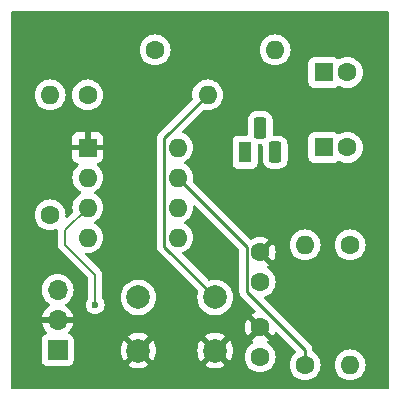
<source format=gbr>
%TF.GenerationSoftware,KiCad,Pcbnew,7.0.1-0*%
%TF.CreationDate,2023-04-05T17:24:46+02:00*%
%TF.ProjectId,_autosave-wind_down_timer,5f617574-6f73-4617-9665-2d77696e645f,rev?*%
%TF.SameCoordinates,Original*%
%TF.FileFunction,Copper,L2,Bot*%
%TF.FilePolarity,Positive*%
%FSLAX46Y46*%
G04 Gerber Fmt 4.6, Leading zero omitted, Abs format (unit mm)*
G04 Created by KiCad (PCBNEW 7.0.1-0) date 2023-04-05 17:24:46*
%MOMM*%
%LPD*%
G01*
G04 APERTURE LIST*
G04 Aperture macros list*
%AMRoundRect*
0 Rectangle with rounded corners*
0 $1 Rounding radius*
0 $2 $3 $4 $5 $6 $7 $8 $9 X,Y pos of 4 corners*
0 Add a 4 corners polygon primitive as box body*
4,1,4,$2,$3,$4,$5,$6,$7,$8,$9,$2,$3,0*
0 Add four circle primitives for the rounded corners*
1,1,$1+$1,$2,$3*
1,1,$1+$1,$4,$5*
1,1,$1+$1,$6,$7*
1,1,$1+$1,$8,$9*
0 Add four rect primitives between the rounded corners*
20,1,$1+$1,$2,$3,$4,$5,0*
20,1,$1+$1,$4,$5,$6,$7,0*
20,1,$1+$1,$6,$7,$8,$9,0*
20,1,$1+$1,$8,$9,$2,$3,0*%
G04 Aperture macros list end*
%TA.AperFunction,ComponentPad*%
%ADD10C,1.600000*%
%TD*%
%TA.AperFunction,ComponentPad*%
%ADD11O,1.600000X1.600000*%
%TD*%
%TA.AperFunction,ComponentPad*%
%ADD12R,1.600000X1.600000*%
%TD*%
%TA.AperFunction,ComponentPad*%
%ADD13R,1.100000X1.800000*%
%TD*%
%TA.AperFunction,ComponentPad*%
%ADD14RoundRect,0.275000X-0.275000X-0.625000X0.275000X-0.625000X0.275000X0.625000X-0.275000X0.625000X0*%
%TD*%
%TA.AperFunction,ComponentPad*%
%ADD15C,2.000000*%
%TD*%
%TA.AperFunction,ComponentPad*%
%ADD16R,1.700000X1.700000*%
%TD*%
%TA.AperFunction,ComponentPad*%
%ADD17O,1.700000X1.700000*%
%TD*%
%TA.AperFunction,ViaPad*%
%ADD18C,0.600000*%
%TD*%
%TA.AperFunction,Conductor*%
%ADD19C,0.250000*%
%TD*%
%TA.AperFunction,Conductor*%
%ADD20C,0.200000*%
%TD*%
G04 APERTURE END LIST*
D10*
%TO.P,R5,1*%
%TO.N,VCC*%
X106680000Y-80010000D03*
D11*
%TO.P,R5,2*%
%TO.N,Net-(C4-Pad1)*%
X116840000Y-80010000D03*
%TD*%
D10*
%TO.P,R2,1*%
%TO.N,Net-(U1-DIS)*%
X119380000Y-106680000D03*
D11*
%TO.P,R2,2*%
%TO.N,Net-(U1-THR)*%
X119380000Y-96520000D03*
%TD*%
D12*
%TO.P,C4,1*%
%TO.N,Net-(C4-Pad1)*%
X120964888Y-81915000D03*
D10*
%TO.P,C4,2*%
%TO.N,Net-(C3-Pad2)*%
X122964888Y-81915000D03*
%TD*%
%TO.P,R3,1*%
%TO.N,VCC*%
X97790000Y-93980000D03*
D11*
%TO.P,R3,2*%
%TO.N,Net-(Q1-B)*%
X97790000Y-83820000D03*
%TD*%
D10*
%TO.P,C1,1*%
%TO.N,Net-(U1-CV)*%
X115570000Y-106005000D03*
%TO.P,C1,2*%
%TO.N,GND*%
X115570000Y-103505000D03*
%TD*%
D12*
%TO.P,C3,1*%
%TO.N,VCC*%
X120964888Y-88265000D03*
D10*
%TO.P,C3,2*%
%TO.N,Net-(C3-Pad2)*%
X122964888Y-88265000D03*
%TD*%
%TO.P,R4,1*%
%TO.N,Net-(Q1-B)*%
X100965000Y-83820000D03*
D11*
%TO.P,R4,2*%
%TO.N,Net-(C3-Pad2)*%
X111125000Y-83820000D03*
%TD*%
D10*
%TO.P,R1,1*%
%TO.N,Net-(Q1-C)*%
X123190000Y-96520000D03*
D11*
%TO.P,R1,2*%
%TO.N,Net-(U1-DIS)*%
X123190000Y-106680000D03*
%TD*%
D13*
%TO.P,Q1,1,E*%
%TO.N,VCC*%
X114300000Y-88665000D03*
D14*
%TO.P,Q1,2,B*%
%TO.N,Net-(Q1-B)*%
X115570000Y-86595000D03*
%TO.P,Q1,3,C*%
%TO.N,Net-(Q1-C)*%
X116840000Y-88665000D03*
%TD*%
D15*
%TO.P,SW1,1,1*%
%TO.N,Net-(C3-Pad2)*%
X105260000Y-100965000D03*
X111760000Y-100965000D03*
%TO.P,SW1,2,2*%
%TO.N,GND*%
X105260000Y-105465000D03*
X111760000Y-105465000D03*
%TD*%
D16*
%TO.P,J1,1,Pin_1*%
%TO.N,/Out*%
X98425000Y-105410000D03*
D17*
%TO.P,J1,2,Pin_2*%
%TO.N,GND*%
X98425000Y-102870000D03*
%TO.P,J1,3,Pin_3*%
%TO.N,VCC*%
X98425000Y-100330000D03*
%TD*%
D10*
%TO.P,C2,1*%
%TO.N,Net-(U1-THR)*%
X115570000Y-99655000D03*
%TO.P,C2,2*%
%TO.N,GND*%
X115570000Y-97155000D03*
%TD*%
D12*
%TO.P,U1,1,GND*%
%TO.N,GND*%
X100975000Y-88275000D03*
D11*
%TO.P,U1,2,TR*%
%TO.N,Net-(U1-THR)*%
X100975000Y-90815000D03*
%TO.P,U1,3,Q*%
%TO.N,/Out*%
X100975000Y-93355000D03*
%TO.P,U1,4,R*%
%TO.N,VCC*%
X100975000Y-95895000D03*
%TO.P,U1,5,CV*%
%TO.N,Net-(U1-CV)*%
X108595000Y-95895000D03*
%TO.P,U1,6,THR*%
%TO.N,Net-(U1-THR)*%
X108595000Y-93355000D03*
%TO.P,U1,7,DIS*%
%TO.N,Net-(U1-DIS)*%
X108595000Y-90815000D03*
%TO.P,U1,8,VCC*%
%TO.N,VCC*%
X108595000Y-88275000D03*
%TD*%
D18*
%TO.N,/Out*%
X101600000Y-101600000D03*
%TD*%
D19*
%TO.N,Net-(C3-Pad2)*%
X111125000Y-83820000D02*
X107470000Y-87475000D01*
X107470000Y-87475000D02*
X107470000Y-96675000D01*
X107470000Y-96675000D02*
X111760000Y-100965000D01*
D20*
%TO.N,/Out*%
X101600000Y-99060000D02*
X101600000Y-101600000D01*
X99060000Y-96520000D02*
X101600000Y-99060000D01*
X100975000Y-93355000D02*
X99060000Y-95270000D01*
X99060000Y-95270000D02*
X99060000Y-96520000D01*
D19*
%TO.N,Net-(U1-DIS)*%
X114445000Y-100475000D02*
X119380000Y-105410000D01*
X114445000Y-96665000D02*
X114445000Y-100475000D01*
X119380000Y-105410000D02*
X119380000Y-106680000D01*
X108595000Y-90815000D02*
X114445000Y-96665000D01*
%TD*%
%TA.AperFunction,Conductor*%
%TO.N,GND*%
G36*
X126437500Y-76717113D02*
G01*
X126482887Y-76762500D01*
X126499500Y-76824500D01*
X126499500Y-108595500D01*
X126482887Y-108657500D01*
X126437500Y-108702887D01*
X126375500Y-108719500D01*
X94604500Y-108719500D01*
X94542500Y-108702887D01*
X94497113Y-108657500D01*
X94480500Y-108595500D01*
X94480500Y-106307869D01*
X97074500Y-106307869D01*
X97077404Y-106334882D01*
X97080909Y-106367483D01*
X97131204Y-106502331D01*
X97217454Y-106617546D01*
X97332669Y-106703796D01*
X97467517Y-106754091D01*
X97527127Y-106760500D01*
X99322872Y-106760499D01*
X99382483Y-106754091D01*
X99517331Y-106703796D01*
X99537617Y-106688610D01*
X104389942Y-106688610D01*
X104436766Y-106725055D01*
X104655393Y-106843368D01*
X104890506Y-106924083D01*
X105135707Y-106965000D01*
X105384293Y-106965000D01*
X105629493Y-106924083D01*
X105864606Y-106843368D01*
X106083233Y-106725053D01*
X106130055Y-106688610D01*
X110889942Y-106688610D01*
X110936766Y-106725055D01*
X111155393Y-106843368D01*
X111390506Y-106924083D01*
X111635707Y-106965000D01*
X111884293Y-106965000D01*
X112129493Y-106924083D01*
X112364606Y-106843368D01*
X112583233Y-106725053D01*
X112630056Y-106688609D01*
X111760000Y-105818553D01*
X110889942Y-106688609D01*
X110889942Y-106688610D01*
X106130055Y-106688610D01*
X106130056Y-106688609D01*
X105260000Y-105818553D01*
X104389942Y-106688609D01*
X104389942Y-106688610D01*
X99537617Y-106688610D01*
X99632546Y-106617546D01*
X99718796Y-106502331D01*
X99769091Y-106367483D01*
X99775500Y-106307873D01*
X99775500Y-105465000D01*
X103754858Y-105465000D01*
X103775386Y-105712732D01*
X103836413Y-105953721D01*
X103936268Y-106181370D01*
X104036563Y-106334882D01*
X104036564Y-106334882D01*
X104906447Y-105465001D01*
X105613553Y-105465001D01*
X106483434Y-106334882D01*
X106583730Y-106181369D01*
X106683586Y-105953721D01*
X106744613Y-105712732D01*
X106765141Y-105465000D01*
X110254858Y-105465000D01*
X110275386Y-105712732D01*
X110336413Y-105953721D01*
X110436268Y-106181370D01*
X110536563Y-106334882D01*
X110536564Y-106334882D01*
X111406447Y-105465001D01*
X112113553Y-105465001D01*
X112983434Y-106334882D01*
X113083730Y-106181369D01*
X113161093Y-106005000D01*
X114264531Y-106005000D01*
X114284364Y-106231689D01*
X114343261Y-106451497D01*
X114439432Y-106657735D01*
X114569953Y-106844140D01*
X114730859Y-107005046D01*
X114917264Y-107135567D01*
X114917265Y-107135567D01*
X114917266Y-107135568D01*
X115123504Y-107231739D01*
X115343308Y-107290635D01*
X115570000Y-107310468D01*
X115796692Y-107290635D01*
X116016496Y-107231739D01*
X116222734Y-107135568D01*
X116409139Y-107005047D01*
X116570047Y-106844139D01*
X116700568Y-106657734D01*
X116796739Y-106451496D01*
X116855635Y-106231692D01*
X116875468Y-106005000D01*
X116855635Y-105778308D01*
X116796739Y-105558504D01*
X116700568Y-105352266D01*
X116645123Y-105273082D01*
X116570046Y-105165859D01*
X116409140Y-105004953D01*
X116222735Y-104874432D01*
X116207023Y-104867106D01*
X116154847Y-104821348D01*
X116135428Y-104754722D01*
X116154849Y-104688097D01*
X116207026Y-104642340D01*
X116222484Y-104635131D01*
X116295472Y-104584025D01*
X115570001Y-103858553D01*
X115570000Y-103858553D01*
X114844526Y-104584025D01*
X114844526Y-104584026D01*
X114917515Y-104635133D01*
X114932975Y-104642342D01*
X114985150Y-104688098D01*
X115004570Y-104754722D01*
X114985152Y-104821347D01*
X114932978Y-104867104D01*
X114917268Y-104874429D01*
X114730859Y-105004953D01*
X114569953Y-105165859D01*
X114439432Y-105352264D01*
X114343261Y-105558502D01*
X114284364Y-105778310D01*
X114264531Y-106005000D01*
X113161093Y-106005000D01*
X113183586Y-105953721D01*
X113244613Y-105712732D01*
X113265141Y-105465000D01*
X113244613Y-105217267D01*
X113183586Y-104976278D01*
X113083730Y-104748630D01*
X112983434Y-104595116D01*
X112113553Y-105465000D01*
X112113553Y-105465001D01*
X111406447Y-105465001D01*
X111406447Y-105465000D01*
X110536564Y-104595116D01*
X110436266Y-104748634D01*
X110336413Y-104976278D01*
X110275386Y-105217267D01*
X110254858Y-105465000D01*
X106765141Y-105465000D01*
X106744613Y-105217267D01*
X106683586Y-104976278D01*
X106583730Y-104748630D01*
X106483434Y-104595116D01*
X105613553Y-105465000D01*
X105613553Y-105465001D01*
X104906447Y-105465001D01*
X104906447Y-105465000D01*
X104036564Y-104595116D01*
X103936266Y-104748634D01*
X103836413Y-104976278D01*
X103775386Y-105217267D01*
X103754858Y-105465000D01*
X99775500Y-105465000D01*
X99775499Y-104512128D01*
X99769091Y-104452517D01*
X99718796Y-104317669D01*
X99661694Y-104241390D01*
X104389942Y-104241390D01*
X105260000Y-105111447D01*
X105260001Y-105111447D01*
X106130057Y-104241390D01*
X110889942Y-104241390D01*
X111760000Y-105111447D01*
X111760001Y-105111447D01*
X112630057Y-104241390D01*
X112630056Y-104241388D01*
X112583235Y-104204947D01*
X112364606Y-104086631D01*
X112129493Y-104005916D01*
X111884293Y-103965000D01*
X111635707Y-103965000D01*
X111390506Y-104005916D01*
X111155393Y-104086631D01*
X110936764Y-104204946D01*
X110889942Y-104241388D01*
X110889942Y-104241390D01*
X106130057Y-104241390D01*
X106130056Y-104241388D01*
X106083235Y-104204947D01*
X105864606Y-104086631D01*
X105629493Y-104005916D01*
X105384293Y-103965000D01*
X105135707Y-103965000D01*
X104890506Y-104005916D01*
X104655393Y-104086631D01*
X104436764Y-104204946D01*
X104389942Y-104241388D01*
X104389942Y-104241390D01*
X99661694Y-104241390D01*
X99632546Y-104202454D01*
X99517331Y-104116204D01*
X99385399Y-104066996D01*
X99335021Y-104032018D01*
X99307568Y-103977173D01*
X99309757Y-103915880D01*
X99341053Y-103863133D01*
X99463109Y-103741077D01*
X99598600Y-103547576D01*
X99618454Y-103504999D01*
X114265033Y-103504999D01*
X114284858Y-103731602D01*
X114343733Y-103951326D01*
X114439866Y-104157484D01*
X114490972Y-104230471D01*
X114490974Y-104230472D01*
X115216446Y-103505001D01*
X115216446Y-103505000D01*
X114490973Y-102779526D01*
X114490973Y-102779527D01*
X114439865Y-102852516D01*
X114343733Y-103058672D01*
X114284858Y-103278397D01*
X114265033Y-103504999D01*
X99618454Y-103504999D01*
X99698430Y-103333492D01*
X99755636Y-103120000D01*
X97094364Y-103120000D01*
X97151569Y-103333492D01*
X97251399Y-103547576D01*
X97386893Y-103741081D01*
X97508946Y-103863134D01*
X97540242Y-103915880D01*
X97542431Y-103977173D01*
X97514978Y-104032018D01*
X97464599Y-104066997D01*
X97332669Y-104116204D01*
X97217454Y-104202454D01*
X97131204Y-104317668D01*
X97080909Y-104452516D01*
X97074500Y-104512130D01*
X97074500Y-106307869D01*
X94480500Y-106307869D01*
X94480500Y-100329999D01*
X97069340Y-100329999D01*
X97089936Y-100565407D01*
X97132804Y-100725391D01*
X97151097Y-100793663D01*
X97250965Y-101007830D01*
X97386505Y-101201401D01*
X97553599Y-101368495D01*
X97739597Y-101498732D01*
X97778460Y-101543048D01*
X97792471Y-101600305D01*
X97778461Y-101657561D01*
X97739595Y-101701880D01*
X97553919Y-101831892D01*
X97386890Y-101998921D01*
X97251400Y-102192421D01*
X97151569Y-102406507D01*
X97094364Y-102619999D01*
X97094364Y-102620000D01*
X99755636Y-102620000D01*
X99755635Y-102619999D01*
X99698430Y-102406507D01*
X99598599Y-102192421D01*
X99463109Y-101998921D01*
X99296081Y-101831893D01*
X99110404Y-101701880D01*
X99071539Y-101657562D01*
X99057528Y-101600305D01*
X99071539Y-101543048D01*
X99110402Y-101498732D01*
X99296401Y-101368495D01*
X99463495Y-101201401D01*
X99599035Y-101007830D01*
X99698903Y-100793663D01*
X99760063Y-100565408D01*
X99780659Y-100330000D01*
X99760063Y-100094592D01*
X99698903Y-99866337D01*
X99599035Y-99652171D01*
X99463495Y-99458599D01*
X99296401Y-99291505D01*
X99102830Y-99155965D01*
X98888663Y-99056097D01*
X98827502Y-99039709D01*
X98660407Y-98994936D01*
X98425000Y-98974340D01*
X98189592Y-98994936D01*
X97961336Y-99056097D01*
X97747170Y-99155965D01*
X97553598Y-99291505D01*
X97386505Y-99458598D01*
X97250965Y-99652170D01*
X97151097Y-99866336D01*
X97089936Y-100094592D01*
X97069340Y-100329999D01*
X94480500Y-100329999D01*
X94480500Y-93980000D01*
X96484531Y-93980000D01*
X96504364Y-94206689D01*
X96563261Y-94426497D01*
X96659432Y-94632735D01*
X96789953Y-94819140D01*
X96950859Y-94980046D01*
X97137264Y-95110567D01*
X97137265Y-95110567D01*
X97137266Y-95110568D01*
X97343504Y-95206739D01*
X97563308Y-95265635D01*
X97790000Y-95285468D01*
X98016692Y-95265635D01*
X98236496Y-95206739D01*
X98280603Y-95186171D01*
X98337062Y-95174619D01*
X98392648Y-95189838D01*
X98435350Y-95228540D01*
X98455946Y-95282366D01*
X98457380Y-95293261D01*
X98458439Y-95301300D01*
X98459500Y-95317487D01*
X98459500Y-96472513D01*
X98458439Y-96488699D01*
X98454317Y-96520000D01*
X98459500Y-96559360D01*
X98459500Y-96559361D01*
X98474956Y-96676762D01*
X98535463Y-96822840D01*
X98631716Y-96948281D01*
X98647121Y-96960101D01*
X98655455Y-96966496D01*
X98656768Y-96967503D01*
X98668964Y-96978199D01*
X100963181Y-99272417D01*
X100990061Y-99312645D01*
X100999500Y-99360098D01*
X100999500Y-101017059D01*
X100990061Y-101064512D01*
X100976312Y-101085088D01*
X100977617Y-101085908D01*
X100897872Y-101212821D01*
X100874211Y-101250478D01*
X100832915Y-101368495D01*
X100814631Y-101420748D01*
X100794434Y-101600000D01*
X100814631Y-101779251D01*
X100814631Y-101779253D01*
X100814632Y-101779255D01*
X100874211Y-101949522D01*
X100930979Y-102039867D01*
X100970185Y-102102264D01*
X101097735Y-102229814D01*
X101097737Y-102229815D01*
X101097738Y-102229816D01*
X101250478Y-102325789D01*
X101420745Y-102385368D01*
X101600000Y-102405565D01*
X101779255Y-102385368D01*
X101949522Y-102325789D01*
X102102262Y-102229816D01*
X102229816Y-102102262D01*
X102325789Y-101949522D01*
X102385368Y-101779255D01*
X102405565Y-101600000D01*
X102385368Y-101420745D01*
X102325789Y-101250478D01*
X102229816Y-101097738D01*
X102222383Y-101085908D01*
X102223687Y-101085088D01*
X102209939Y-101064512D01*
X102200500Y-101017059D01*
X102200500Y-100965000D01*
X103754356Y-100965000D01*
X103774891Y-101212816D01*
X103774891Y-101212819D01*
X103774892Y-101212821D01*
X103835937Y-101453881D01*
X103855610Y-101498730D01*
X103935825Y-101681604D01*
X103935827Y-101681607D01*
X104071836Y-101889785D01*
X104240256Y-102072738D01*
X104278191Y-102102264D01*
X104436485Y-102225470D01*
X104436487Y-102225471D01*
X104436491Y-102225474D01*
X104655190Y-102343828D01*
X104890386Y-102424571D01*
X105135665Y-102465500D01*
X105384335Y-102465500D01*
X105629614Y-102424571D01*
X105864810Y-102343828D01*
X106083509Y-102225474D01*
X106279744Y-102072738D01*
X106448164Y-101889785D01*
X106584173Y-101681607D01*
X106684063Y-101453881D01*
X106745108Y-101212821D01*
X106765643Y-100965000D01*
X106745108Y-100717179D01*
X106684063Y-100476119D01*
X106584173Y-100248393D01*
X106448164Y-100040215D01*
X106279744Y-99857262D01*
X106257612Y-99840036D01*
X106083514Y-99704529D01*
X106083510Y-99704526D01*
X106083509Y-99704526D01*
X105864810Y-99586172D01*
X105864806Y-99586170D01*
X105864805Y-99586170D01*
X105629615Y-99505429D01*
X105384335Y-99464500D01*
X105135665Y-99464500D01*
X104890384Y-99505429D01*
X104655194Y-99586170D01*
X104436485Y-99704529D01*
X104240259Y-99857259D01*
X104240256Y-99857261D01*
X104240256Y-99857262D01*
X104217767Y-99881692D01*
X104071837Y-100040214D01*
X103935825Y-100248395D01*
X103866718Y-100405946D01*
X103835937Y-100476119D01*
X103796515Y-100631792D01*
X103774891Y-100717183D01*
X103754356Y-100965000D01*
X102200500Y-100965000D01*
X102200500Y-99107487D01*
X102201561Y-99091301D01*
X102205682Y-99059999D01*
X102197116Y-98994936D01*
X102185044Y-98903238D01*
X102124536Y-98757159D01*
X102052450Y-98663214D01*
X102052448Y-98663212D01*
X102028282Y-98631718D01*
X102003233Y-98612497D01*
X101991038Y-98601802D01*
X101623261Y-98234025D01*
X100793663Y-97404428D01*
X100762763Y-97353002D01*
X100759623Y-97293088D01*
X100784979Y-97238712D01*
X100832895Y-97202605D01*
X100892153Y-97193220D01*
X100975000Y-97200468D01*
X101201692Y-97180635D01*
X101421496Y-97121739D01*
X101627734Y-97025568D01*
X101814139Y-96895047D01*
X101975047Y-96734139D01*
X102105568Y-96547734D01*
X102201739Y-96341496D01*
X102260635Y-96121692D01*
X102280468Y-95895000D01*
X102260635Y-95668308D01*
X102201739Y-95448504D01*
X102105568Y-95242266D01*
X102080691Y-95206738D01*
X101975046Y-95055859D01*
X101814140Y-94894953D01*
X101627733Y-94764431D01*
X101569725Y-94737382D01*
X101517549Y-94691625D01*
X101498129Y-94625000D01*
X101517549Y-94558375D01*
X101569725Y-94512618D01*
X101627734Y-94485568D01*
X101814139Y-94355047D01*
X101975047Y-94194139D01*
X102105568Y-94007734D01*
X102201739Y-93801496D01*
X102260635Y-93581692D01*
X102280468Y-93355000D01*
X102260635Y-93128308D01*
X102201739Y-92908504D01*
X102105568Y-92702266D01*
X101975047Y-92515861D01*
X101975046Y-92515859D01*
X101814140Y-92354953D01*
X101627733Y-92224431D01*
X101569725Y-92197382D01*
X101517549Y-92151625D01*
X101498129Y-92085000D01*
X101517549Y-92018375D01*
X101569725Y-91972618D01*
X101627734Y-91945568D01*
X101814139Y-91815047D01*
X101975047Y-91654139D01*
X102105568Y-91467734D01*
X102201739Y-91261496D01*
X102260635Y-91041692D01*
X102280468Y-90815000D01*
X102260635Y-90588308D01*
X102201739Y-90368504D01*
X102105568Y-90162266D01*
X102037812Y-90065500D01*
X101975046Y-89975859D01*
X101814140Y-89814953D01*
X101788913Y-89797289D01*
X101749775Y-89752447D01*
X101736042Y-89694533D01*
X101750876Y-89636892D01*
X101790860Y-89592803D01*
X101846783Y-89572424D01*
X101882375Y-89568597D01*
X102017089Y-89518352D01*
X102132188Y-89432188D01*
X102218352Y-89317089D01*
X102268597Y-89182375D01*
X102275000Y-89122824D01*
X102275000Y-88525000D01*
X99675000Y-88525000D01*
X99675000Y-89122824D01*
X99681402Y-89182375D01*
X99731647Y-89317089D01*
X99817811Y-89432188D01*
X99932910Y-89518352D01*
X100067624Y-89568597D01*
X100103217Y-89572424D01*
X100159139Y-89592803D01*
X100199123Y-89636891D01*
X100213957Y-89694532D01*
X100200224Y-89752445D01*
X100161088Y-89797288D01*
X100135859Y-89814953D01*
X99974953Y-89975859D01*
X99844432Y-90162264D01*
X99748261Y-90368502D01*
X99689364Y-90588310D01*
X99669531Y-90815000D01*
X99689364Y-91041689D01*
X99748261Y-91261497D01*
X99844432Y-91467735D01*
X99974953Y-91654140D01*
X100135859Y-91815046D01*
X100322263Y-91945566D01*
X100322266Y-91945568D01*
X100380275Y-91972618D01*
X100432450Y-92018375D01*
X100451869Y-92085000D01*
X100432450Y-92151625D01*
X100380275Y-92197382D01*
X100322263Y-92224433D01*
X100135859Y-92354953D01*
X99974953Y-92515859D01*
X99844432Y-92702264D01*
X99748261Y-92908502D01*
X99689364Y-93128310D01*
X99669531Y-93354999D01*
X99689364Y-93581688D01*
X99715152Y-93677930D01*
X99715152Y-93742118D01*
X99683058Y-93797705D01*
X99297511Y-94183252D01*
X99246084Y-94214153D01*
X99186169Y-94217293D01*
X99131794Y-94191937D01*
X99095687Y-94144021D01*
X99086302Y-94084763D01*
X99093042Y-94007734D01*
X99095468Y-93980000D01*
X99075635Y-93753308D01*
X99016739Y-93533504D01*
X98920568Y-93327266D01*
X98909106Y-93310897D01*
X98790046Y-93140859D01*
X98629140Y-92979953D01*
X98442735Y-92849432D01*
X98236497Y-92753261D01*
X98016689Y-92694364D01*
X97789999Y-92674531D01*
X97563310Y-92694364D01*
X97343502Y-92753261D01*
X97137264Y-92849432D01*
X96950859Y-92979953D01*
X96789953Y-93140859D01*
X96659432Y-93327264D01*
X96563261Y-93533502D01*
X96504364Y-93753310D01*
X96484531Y-93980000D01*
X94480500Y-93980000D01*
X94480500Y-88025000D01*
X99675000Y-88025000D01*
X100725000Y-88025000D01*
X100725000Y-86975000D01*
X101225000Y-86975000D01*
X101225000Y-88025000D01*
X102275000Y-88025000D01*
X102275000Y-87455194D01*
X106839840Y-87455194D01*
X106843950Y-87498675D01*
X106844500Y-87510344D01*
X106844500Y-96592256D01*
X106842235Y-96612762D01*
X106844439Y-96682873D01*
X106844500Y-96686768D01*
X106844500Y-96714349D01*
X106845003Y-96718334D01*
X106845918Y-96729967D01*
X106847290Y-96773626D01*
X106852879Y-96792860D01*
X106856825Y-96811916D01*
X106859335Y-96831792D01*
X106875414Y-96872404D01*
X106879197Y-96883451D01*
X106891382Y-96925391D01*
X106901580Y-96942635D01*
X106910136Y-96960100D01*
X106917514Y-96978732D01*
X106917515Y-96978733D01*
X106943180Y-97014059D01*
X106949593Y-97023822D01*
X106971826Y-97061416D01*
X106971829Y-97061419D01*
X106971830Y-97061420D01*
X106985995Y-97075585D01*
X106998627Y-97090375D01*
X107010406Y-97106587D01*
X107044058Y-97134426D01*
X107052699Y-97142289D01*
X110296339Y-100385930D01*
X110328209Y-100440693D01*
X110328863Y-100504049D01*
X110296515Y-100631792D01*
X110274891Y-100717183D01*
X110254356Y-100965000D01*
X110274891Y-101212816D01*
X110274891Y-101212819D01*
X110274892Y-101212821D01*
X110335937Y-101453881D01*
X110355610Y-101498730D01*
X110435825Y-101681604D01*
X110435827Y-101681607D01*
X110571836Y-101889785D01*
X110740256Y-102072738D01*
X110778191Y-102102264D01*
X110936485Y-102225470D01*
X110936487Y-102225471D01*
X110936491Y-102225474D01*
X111155190Y-102343828D01*
X111390386Y-102424571D01*
X111635665Y-102465500D01*
X111884335Y-102465500D01*
X112129614Y-102424571D01*
X112364810Y-102343828D01*
X112583509Y-102225474D01*
X112779744Y-102072738D01*
X112948164Y-101889785D01*
X113084173Y-101681607D01*
X113184063Y-101453881D01*
X113245108Y-101212821D01*
X113265643Y-100965000D01*
X113245108Y-100717179D01*
X113184063Y-100476119D01*
X113084173Y-100248393D01*
X112948164Y-100040215D01*
X112779744Y-99857262D01*
X112757612Y-99840036D01*
X112583514Y-99704529D01*
X112583510Y-99704526D01*
X112583509Y-99704526D01*
X112364810Y-99586172D01*
X112364806Y-99586170D01*
X112364805Y-99586170D01*
X112129615Y-99505429D01*
X111884335Y-99464500D01*
X111635665Y-99464500D01*
X111390387Y-99505428D01*
X111310713Y-99532780D01*
X111242501Y-99536307D01*
X111182770Y-99503179D01*
X109002927Y-97323336D01*
X108972347Y-97272942D01*
X108968492Y-97214122D01*
X108992232Y-97160168D01*
X109038204Y-97123273D01*
X109041490Y-97121740D01*
X109041496Y-97121739D01*
X109247734Y-97025568D01*
X109434139Y-96895047D01*
X109595047Y-96734139D01*
X109725568Y-96547734D01*
X109821739Y-96341496D01*
X109880635Y-96121692D01*
X109900468Y-95895000D01*
X109880635Y-95668308D01*
X109821739Y-95448504D01*
X109725568Y-95242266D01*
X109700691Y-95206738D01*
X109595046Y-95055859D01*
X109434140Y-94894953D01*
X109247733Y-94764431D01*
X109189725Y-94737382D01*
X109137549Y-94691625D01*
X109118129Y-94625000D01*
X109137549Y-94558375D01*
X109189725Y-94512618D01*
X109247734Y-94485568D01*
X109434139Y-94355047D01*
X109595047Y-94194139D01*
X109725568Y-94007734D01*
X109821739Y-93801496D01*
X109880635Y-93581692D01*
X109900468Y-93355000D01*
X109898042Y-93327266D01*
X109896610Y-93310897D01*
X109905995Y-93251639D01*
X109942102Y-93203724D01*
X109996478Y-93178368D01*
X110056392Y-93181508D01*
X110107818Y-93212408D01*
X111951268Y-95055859D01*
X113783181Y-96887772D01*
X113810061Y-96928000D01*
X113819500Y-96975453D01*
X113819500Y-100392256D01*
X113817235Y-100412762D01*
X113819439Y-100482873D01*
X113819500Y-100486768D01*
X113819500Y-100514349D01*
X113820003Y-100518334D01*
X113820918Y-100529967D01*
X113822290Y-100573626D01*
X113827879Y-100592860D01*
X113831825Y-100611916D01*
X113834335Y-100631792D01*
X113850414Y-100672404D01*
X113854197Y-100683451D01*
X113866382Y-100725391D01*
X113876580Y-100742635D01*
X113885136Y-100760100D01*
X113892514Y-100778732D01*
X113892515Y-100778733D01*
X113918180Y-100814059D01*
X113924593Y-100823822D01*
X113946826Y-100861416D01*
X113946829Y-100861419D01*
X113946830Y-100861420D01*
X113960995Y-100875585D01*
X113973627Y-100890375D01*
X113985406Y-100906587D01*
X114019058Y-100934426D01*
X114027699Y-100942289D01*
X115162448Y-102077039D01*
X115193028Y-102127433D01*
X115196883Y-102186252D01*
X115173143Y-102240206D01*
X115127172Y-102277102D01*
X114917516Y-102374865D01*
X114844526Y-102425973D01*
X116649025Y-104230472D01*
X116700136Y-104157478D01*
X116797897Y-103947828D01*
X116834792Y-103901856D01*
X116888746Y-103878116D01*
X116947566Y-103881971D01*
X116997960Y-103912551D01*
X118568410Y-105483001D01*
X118597251Y-105528271D01*
X118604257Y-105581489D01*
X118588117Y-105632681D01*
X118551853Y-105672256D01*
X118540861Y-105679952D01*
X118379953Y-105840860D01*
X118249432Y-106027264D01*
X118153261Y-106233502D01*
X118094364Y-106453310D01*
X118074531Y-106679999D01*
X118094364Y-106906689D01*
X118153261Y-107126497D01*
X118249432Y-107332735D01*
X118379953Y-107519140D01*
X118540859Y-107680046D01*
X118727264Y-107810567D01*
X118727265Y-107810567D01*
X118727266Y-107810568D01*
X118933504Y-107906739D01*
X119153308Y-107965635D01*
X119380000Y-107985468D01*
X119606692Y-107965635D01*
X119826496Y-107906739D01*
X120032734Y-107810568D01*
X120219139Y-107680047D01*
X120380047Y-107519139D01*
X120510568Y-107332734D01*
X120606739Y-107126496D01*
X120665635Y-106906692D01*
X120685468Y-106680000D01*
X120685468Y-106679999D01*
X121884531Y-106679999D01*
X121904364Y-106906689D01*
X121963261Y-107126497D01*
X122059432Y-107332735D01*
X122189953Y-107519140D01*
X122350859Y-107680046D01*
X122537264Y-107810567D01*
X122537265Y-107810567D01*
X122537266Y-107810568D01*
X122743504Y-107906739D01*
X122963308Y-107965635D01*
X123190000Y-107985468D01*
X123416692Y-107965635D01*
X123636496Y-107906739D01*
X123842734Y-107810568D01*
X124029139Y-107680047D01*
X124190047Y-107519139D01*
X124320568Y-107332734D01*
X124416739Y-107126496D01*
X124475635Y-106906692D01*
X124495468Y-106680000D01*
X124475635Y-106453308D01*
X124416739Y-106233504D01*
X124320568Y-106027266D01*
X124304977Y-106005000D01*
X124190046Y-105840859D01*
X124029140Y-105679953D01*
X123842735Y-105549432D01*
X123636497Y-105453261D01*
X123416689Y-105394364D01*
X123190000Y-105374531D01*
X122963310Y-105394364D01*
X122743502Y-105453261D01*
X122537264Y-105549432D01*
X122350859Y-105679953D01*
X122189953Y-105840859D01*
X122059432Y-106027264D01*
X121963261Y-106233502D01*
X121904364Y-106453310D01*
X121884531Y-106679999D01*
X120685468Y-106679999D01*
X120665635Y-106453308D01*
X120606739Y-106233504D01*
X120510568Y-106027266D01*
X120494977Y-106005000D01*
X120380046Y-105840859D01*
X120219140Y-105679953D01*
X120060548Y-105568907D01*
X120022595Y-105526309D01*
X120007732Y-105471226D01*
X120007536Y-105465001D01*
X120005561Y-105402126D01*
X120005500Y-105398232D01*
X120005500Y-105370653D01*
X120004997Y-105366672D01*
X120004080Y-105355019D01*
X120002709Y-105311373D01*
X119997120Y-105292140D01*
X119993174Y-105273082D01*
X119990664Y-105253206D01*
X119974588Y-105212604D01*
X119970804Y-105201553D01*
X119960433Y-105165859D01*
X119958618Y-105159610D01*
X119948414Y-105142355D01*
X119939861Y-105124895D01*
X119932486Y-105106268D01*
X119906808Y-105070925D01*
X119900401Y-105061171D01*
X119878169Y-105023579D01*
X119864006Y-105009416D01*
X119851367Y-104994617D01*
X119839595Y-104978413D01*
X119805941Y-104950573D01*
X119797299Y-104942709D01*
X115947404Y-101092813D01*
X115915310Y-101037225D01*
X115915311Y-100973037D01*
X115947405Y-100917449D01*
X116002994Y-100885357D01*
X116006226Y-100884490D01*
X116016496Y-100881739D01*
X116222734Y-100785568D01*
X116409139Y-100655047D01*
X116570047Y-100494139D01*
X116700568Y-100307734D01*
X116796739Y-100101496D01*
X116855635Y-99881692D01*
X116875468Y-99655000D01*
X116855635Y-99428308D01*
X116796739Y-99208504D01*
X116700568Y-99002266D01*
X116695436Y-98994937D01*
X116570046Y-98815859D01*
X116409140Y-98654953D01*
X116222735Y-98524432D01*
X116207023Y-98517106D01*
X116154847Y-98471348D01*
X116135428Y-98404722D01*
X116154849Y-98338097D01*
X116207026Y-98292340D01*
X116222484Y-98285131D01*
X116295472Y-98234025D01*
X115304128Y-97242681D01*
X115272034Y-97187094D01*
X115272034Y-97155001D01*
X115923553Y-97155001D01*
X116649025Y-97880472D01*
X116700134Y-97807480D01*
X116796266Y-97601326D01*
X116855141Y-97381602D01*
X116874966Y-97154999D01*
X116855141Y-96928397D01*
X116796266Y-96708673D01*
X116708286Y-96520000D01*
X118074531Y-96520000D01*
X118094364Y-96746689D01*
X118153261Y-96966497D01*
X118249432Y-97172735D01*
X118379953Y-97359140D01*
X118540859Y-97520046D01*
X118727264Y-97650567D01*
X118727265Y-97650567D01*
X118727266Y-97650568D01*
X118933504Y-97746739D01*
X119153308Y-97805635D01*
X119380000Y-97825468D01*
X119606692Y-97805635D01*
X119826496Y-97746739D01*
X120032734Y-97650568D01*
X120219139Y-97520047D01*
X120380047Y-97359139D01*
X120510568Y-97172734D01*
X120606739Y-96966496D01*
X120665635Y-96746692D01*
X120685468Y-96520000D01*
X121884531Y-96520000D01*
X121904364Y-96746689D01*
X121963261Y-96966497D01*
X122059432Y-97172735D01*
X122189953Y-97359140D01*
X122350859Y-97520046D01*
X122537264Y-97650567D01*
X122537265Y-97650567D01*
X122537266Y-97650568D01*
X122743504Y-97746739D01*
X122963308Y-97805635D01*
X123190000Y-97825468D01*
X123416692Y-97805635D01*
X123636496Y-97746739D01*
X123842734Y-97650568D01*
X124029139Y-97520047D01*
X124190047Y-97359139D01*
X124320568Y-97172734D01*
X124416739Y-96966496D01*
X124475635Y-96746692D01*
X124495468Y-96520000D01*
X124475635Y-96293308D01*
X124416739Y-96073504D01*
X124320568Y-95867266D01*
X124308501Y-95850033D01*
X124190046Y-95680859D01*
X124029140Y-95519953D01*
X123842735Y-95389432D01*
X123636497Y-95293261D01*
X123416689Y-95234364D01*
X123190000Y-95214531D01*
X122963310Y-95234364D01*
X122743502Y-95293261D01*
X122537264Y-95389432D01*
X122350859Y-95519953D01*
X122189953Y-95680859D01*
X122059432Y-95867264D01*
X121963261Y-96073502D01*
X121904364Y-96293310D01*
X121884531Y-96520000D01*
X120685468Y-96520000D01*
X120665635Y-96293308D01*
X120606739Y-96073504D01*
X120510568Y-95867266D01*
X120498501Y-95850033D01*
X120380046Y-95680859D01*
X120219140Y-95519953D01*
X120032735Y-95389432D01*
X119826497Y-95293261D01*
X119606689Y-95234364D01*
X119380000Y-95214531D01*
X119153310Y-95234364D01*
X118933502Y-95293261D01*
X118727264Y-95389432D01*
X118540859Y-95519953D01*
X118379953Y-95680859D01*
X118249432Y-95867264D01*
X118153261Y-96073502D01*
X118094364Y-96293310D01*
X118074531Y-96520000D01*
X116708286Y-96520000D01*
X116700133Y-96502515D01*
X116649025Y-96429526D01*
X115923553Y-97155000D01*
X115923553Y-97155001D01*
X115272034Y-97155001D01*
X115272034Y-97122906D01*
X115304128Y-97067319D01*
X115570000Y-96801447D01*
X116295472Y-96075974D01*
X116295471Y-96075972D01*
X116222484Y-96024866D01*
X116016326Y-95928733D01*
X115796602Y-95869858D01*
X115570000Y-95850033D01*
X115343397Y-95869858D01*
X115123673Y-95928733D01*
X114917515Y-96024866D01*
X114868611Y-96059110D01*
X114815459Y-96080226D01*
X114758484Y-96075241D01*
X114709807Y-96045216D01*
X109894413Y-91229822D01*
X109862319Y-91174234D01*
X109862319Y-91110047D01*
X109880635Y-91041692D01*
X109900468Y-90815000D01*
X109880635Y-90588308D01*
X109821739Y-90368504D01*
X109725568Y-90162266D01*
X109657812Y-90065500D01*
X109595046Y-89975859D01*
X109434140Y-89814953D01*
X109247732Y-89684430D01*
X109189724Y-89657380D01*
X109138970Y-89612869D01*
X113249500Y-89612869D01*
X113255909Y-89672484D01*
X113264133Y-89694533D01*
X113306204Y-89807331D01*
X113392454Y-89922546D01*
X113507669Y-90008796D01*
X113642517Y-90059091D01*
X113702127Y-90065500D01*
X114897872Y-90065499D01*
X114957483Y-90059091D01*
X115092331Y-90008796D01*
X115207546Y-89922546D01*
X115293796Y-89807331D01*
X115344091Y-89672483D01*
X115350500Y-89612873D01*
X115350499Y-88119499D01*
X115367112Y-88057500D01*
X115412499Y-88012113D01*
X115474499Y-87995500D01*
X115665500Y-87995500D01*
X115727500Y-88012113D01*
X115772887Y-88057500D01*
X115789500Y-88119500D01*
X115789500Y-89333556D01*
X115804158Y-89463656D01*
X115861877Y-89628606D01*
X115954852Y-89776576D01*
X116078423Y-89900147D01*
X116226393Y-89993122D01*
X116391343Y-90050841D01*
X116521444Y-90065500D01*
X116521448Y-90065500D01*
X117158552Y-90065500D01*
X117158556Y-90065500D01*
X117262635Y-90053772D01*
X117288657Y-90050841D01*
X117453606Y-89993122D01*
X117601576Y-89900147D01*
X117725147Y-89776576D01*
X117818122Y-89628606D01*
X117875841Y-89463657D01*
X117890500Y-89333552D01*
X117890500Y-89112869D01*
X119664388Y-89112869D01*
X119670797Y-89172483D01*
X119721092Y-89307331D01*
X119807342Y-89422546D01*
X119922557Y-89508796D01*
X120057405Y-89559091D01*
X120117015Y-89565500D01*
X121812760Y-89565499D01*
X121872371Y-89559091D01*
X122007219Y-89508796D01*
X122122434Y-89422546D01*
X122128940Y-89413854D01*
X122178192Y-89374699D01*
X122240321Y-89364757D01*
X122299332Y-89386590D01*
X122312152Y-89395567D01*
X122312153Y-89395567D01*
X122312154Y-89395568D01*
X122518392Y-89491739D01*
X122738196Y-89550635D01*
X122964888Y-89570468D01*
X123191580Y-89550635D01*
X123411384Y-89491739D01*
X123617622Y-89395568D01*
X123804027Y-89265047D01*
X123964935Y-89104139D01*
X124095456Y-88917734D01*
X124191627Y-88711496D01*
X124250523Y-88491692D01*
X124270356Y-88265000D01*
X124250523Y-88038308D01*
X124191627Y-87818504D01*
X124095456Y-87612266D01*
X124032719Y-87522668D01*
X123964934Y-87425859D01*
X123804028Y-87264953D01*
X123617623Y-87134432D01*
X123411385Y-87038261D01*
X123191577Y-86979364D01*
X122964888Y-86959531D01*
X122738198Y-86979364D01*
X122518390Y-87038261D01*
X122312154Y-87134432D01*
X122299329Y-87143412D01*
X122240320Y-87165242D01*
X122178192Y-87155301D01*
X122128942Y-87116146D01*
X122122436Y-87107456D01*
X122122434Y-87107455D01*
X122122434Y-87107454D01*
X122007219Y-87021204D01*
X121872371Y-86970909D01*
X121812761Y-86964500D01*
X121812757Y-86964500D01*
X120117018Y-86964500D01*
X120057403Y-86970909D01*
X119922557Y-87021204D01*
X119807342Y-87107454D01*
X119721092Y-87222668D01*
X119678494Y-87336878D01*
X119670797Y-87357517D01*
X119664508Y-87416016D01*
X119664388Y-87417130D01*
X119664388Y-89112869D01*
X117890500Y-89112869D01*
X117890500Y-87996448D01*
X117890393Y-87995500D01*
X117875841Y-87866343D01*
X117818122Y-87701393D01*
X117725147Y-87553423D01*
X117601576Y-87429852D01*
X117453606Y-87336877D01*
X117288656Y-87279158D01*
X117158556Y-87264500D01*
X117158552Y-87264500D01*
X116744500Y-87264500D01*
X116682500Y-87247887D01*
X116637113Y-87202500D01*
X116620500Y-87140500D01*
X116620500Y-85926444D01*
X116605841Y-85796343D01*
X116548122Y-85631393D01*
X116455147Y-85483423D01*
X116331576Y-85359852D01*
X116183606Y-85266877D01*
X116018656Y-85209158D01*
X115888556Y-85194500D01*
X115888552Y-85194500D01*
X115251448Y-85194500D01*
X115251444Y-85194500D01*
X115121343Y-85209158D01*
X114956393Y-85266877D01*
X114808423Y-85359852D01*
X114684852Y-85483423D01*
X114591877Y-85631393D01*
X114534158Y-85796343D01*
X114519500Y-85926444D01*
X114519500Y-87140500D01*
X114502887Y-87202500D01*
X114457500Y-87247887D01*
X114395500Y-87264500D01*
X113702130Y-87264500D01*
X113642515Y-87270909D01*
X113507669Y-87321204D01*
X113392454Y-87407454D01*
X113306204Y-87522668D01*
X113255909Y-87657516D01*
X113249500Y-87717130D01*
X113249500Y-89612869D01*
X109138970Y-89612869D01*
X109137549Y-89611623D01*
X109118130Y-89544997D01*
X109137550Y-89478373D01*
X109189721Y-89432619D01*
X109247734Y-89405568D01*
X109434139Y-89275047D01*
X109595047Y-89114139D01*
X109725568Y-88927734D01*
X109821739Y-88721496D01*
X109880635Y-88501692D01*
X109900468Y-88275000D01*
X109880635Y-88048308D01*
X109821739Y-87828504D01*
X109725568Y-87622266D01*
X109655829Y-87522668D01*
X109595046Y-87435859D01*
X109434140Y-87274953D01*
X109247735Y-87144432D01*
X109031664Y-87043676D01*
X109032322Y-87042264D01*
X108988171Y-87016770D01*
X108956081Y-86961182D01*
X108956083Y-86896997D01*
X108988174Y-86841414D01*
X110710178Y-85119410D01*
X110765764Y-85087318D01*
X110829947Y-85087318D01*
X110898308Y-85105635D01*
X111125000Y-85125468D01*
X111351692Y-85105635D01*
X111571496Y-85046739D01*
X111777734Y-84950568D01*
X111964139Y-84820047D01*
X112125047Y-84659139D01*
X112255568Y-84472734D01*
X112351739Y-84266496D01*
X112410635Y-84046692D01*
X112430468Y-83820000D01*
X112410635Y-83593308D01*
X112351739Y-83373504D01*
X112255568Y-83167266D01*
X112249637Y-83158796D01*
X112125046Y-82980859D01*
X111964140Y-82819953D01*
X111882615Y-82762869D01*
X119664388Y-82762869D01*
X119670525Y-82819953D01*
X119670797Y-82822483D01*
X119721092Y-82957331D01*
X119807342Y-83072546D01*
X119922557Y-83158796D01*
X120057405Y-83209091D01*
X120117015Y-83215500D01*
X121812760Y-83215499D01*
X121872371Y-83209091D01*
X122007219Y-83158796D01*
X122122434Y-83072546D01*
X122128940Y-83063854D01*
X122178192Y-83024699D01*
X122240321Y-83014757D01*
X122299332Y-83036590D01*
X122312152Y-83045567D01*
X122312153Y-83045567D01*
X122312154Y-83045568D01*
X122518392Y-83141739D01*
X122738196Y-83200635D01*
X122889324Y-83213857D01*
X122964887Y-83220468D01*
X122964887Y-83220467D01*
X122964888Y-83220468D01*
X123191580Y-83200635D01*
X123411384Y-83141739D01*
X123617622Y-83045568D01*
X123804027Y-82915047D01*
X123964935Y-82754139D01*
X124095456Y-82567734D01*
X124191627Y-82361496D01*
X124250523Y-82141692D01*
X124270356Y-81915000D01*
X124250523Y-81688308D01*
X124191627Y-81468504D01*
X124095456Y-81262266D01*
X124077581Y-81236738D01*
X123964934Y-81075859D01*
X123804028Y-80914953D01*
X123617623Y-80784432D01*
X123411385Y-80688261D01*
X123191577Y-80629364D01*
X122964887Y-80609531D01*
X122738198Y-80629364D01*
X122518390Y-80688261D01*
X122312154Y-80784432D01*
X122299329Y-80793412D01*
X122240320Y-80815242D01*
X122178192Y-80805301D01*
X122128942Y-80766146D01*
X122122436Y-80757456D01*
X122122434Y-80757455D01*
X122122434Y-80757454D01*
X122007219Y-80671204D01*
X121872371Y-80620909D01*
X121812761Y-80614500D01*
X121812757Y-80614500D01*
X120117018Y-80614500D01*
X120057403Y-80620909D01*
X119922557Y-80671204D01*
X119807342Y-80757454D01*
X119721092Y-80872668D01*
X119670797Y-81007516D01*
X119664388Y-81067130D01*
X119664388Y-82762869D01*
X111882615Y-82762869D01*
X111777735Y-82689432D01*
X111571497Y-82593261D01*
X111351689Y-82534364D01*
X111124999Y-82514531D01*
X110898310Y-82534364D01*
X110678502Y-82593261D01*
X110472264Y-82689432D01*
X110285859Y-82819953D01*
X110124953Y-82980859D01*
X109994432Y-83167264D01*
X109898261Y-83373502D01*
X109839364Y-83593310D01*
X109819531Y-83819999D01*
X109839364Y-84046690D01*
X109857680Y-84115047D01*
X109857680Y-84179234D01*
X109825586Y-84234821D01*
X107086208Y-86974199D01*
X107070110Y-86987096D01*
X107022096Y-87038225D01*
X107019391Y-87041017D01*
X106999874Y-87060534D01*
X106997415Y-87063705D01*
X106989842Y-87072572D01*
X106959935Y-87104420D01*
X106950285Y-87121974D01*
X106939609Y-87138228D01*
X106927326Y-87154063D01*
X106909975Y-87194158D01*
X106904838Y-87204644D01*
X106883802Y-87242907D01*
X106878821Y-87262309D01*
X106872520Y-87280711D01*
X106864561Y-87299102D01*
X106857728Y-87342242D01*
X106855360Y-87353674D01*
X106844500Y-87395978D01*
X106844500Y-87416016D01*
X106842973Y-87435415D01*
X106839840Y-87455194D01*
X102275000Y-87455194D01*
X102275000Y-87427176D01*
X102268597Y-87367624D01*
X102218352Y-87232910D01*
X102132188Y-87117811D01*
X102017089Y-87031647D01*
X101882375Y-86981402D01*
X101822824Y-86975000D01*
X101225000Y-86975000D01*
X100725000Y-86975000D01*
X100127176Y-86975000D01*
X100067624Y-86981402D01*
X99932910Y-87031647D01*
X99817811Y-87117811D01*
X99731647Y-87232910D01*
X99681402Y-87367624D01*
X99675000Y-87427176D01*
X99675000Y-88025000D01*
X94480500Y-88025000D01*
X94480500Y-83820000D01*
X96484531Y-83820000D01*
X96504364Y-84046689D01*
X96563261Y-84266497D01*
X96659432Y-84472735D01*
X96789953Y-84659140D01*
X96950859Y-84820046D01*
X97137264Y-84950567D01*
X97137265Y-84950567D01*
X97137266Y-84950568D01*
X97343504Y-85046739D01*
X97563308Y-85105635D01*
X97714435Y-85118856D01*
X97789999Y-85125468D01*
X97789999Y-85125467D01*
X97790000Y-85125468D01*
X98016692Y-85105635D01*
X98236496Y-85046739D01*
X98442734Y-84950568D01*
X98629139Y-84820047D01*
X98790047Y-84659139D01*
X98920568Y-84472734D01*
X99016739Y-84266496D01*
X99075635Y-84046692D01*
X99095468Y-83820000D01*
X99659531Y-83820000D01*
X99679364Y-84046689D01*
X99738261Y-84266497D01*
X99834432Y-84472735D01*
X99964953Y-84659140D01*
X100125859Y-84820046D01*
X100312264Y-84950567D01*
X100312265Y-84950567D01*
X100312266Y-84950568D01*
X100518504Y-85046739D01*
X100738308Y-85105635D01*
X100889435Y-85118856D01*
X100964999Y-85125468D01*
X100964999Y-85125467D01*
X100965000Y-85125468D01*
X101191692Y-85105635D01*
X101411496Y-85046739D01*
X101617734Y-84950568D01*
X101804139Y-84820047D01*
X101965047Y-84659139D01*
X102095568Y-84472734D01*
X102191739Y-84266496D01*
X102250635Y-84046692D01*
X102270468Y-83820000D01*
X102250635Y-83593308D01*
X102191739Y-83373504D01*
X102095568Y-83167266D01*
X102089637Y-83158796D01*
X101965046Y-82980859D01*
X101804140Y-82819953D01*
X101617735Y-82689432D01*
X101411497Y-82593261D01*
X101191689Y-82534364D01*
X100964999Y-82514531D01*
X100738310Y-82534364D01*
X100518502Y-82593261D01*
X100312264Y-82689432D01*
X100125859Y-82819953D01*
X99964953Y-82980859D01*
X99834432Y-83167264D01*
X99738261Y-83373502D01*
X99679364Y-83593310D01*
X99659531Y-83820000D01*
X99095468Y-83820000D01*
X99075635Y-83593308D01*
X99016739Y-83373504D01*
X98920568Y-83167266D01*
X98914637Y-83158796D01*
X98790046Y-82980859D01*
X98629140Y-82819953D01*
X98442735Y-82689432D01*
X98236497Y-82593261D01*
X98016689Y-82534364D01*
X97789999Y-82514531D01*
X97563310Y-82534364D01*
X97343502Y-82593261D01*
X97137264Y-82689432D01*
X96950859Y-82819953D01*
X96789953Y-82980859D01*
X96659432Y-83167264D01*
X96563261Y-83373502D01*
X96504364Y-83593310D01*
X96484531Y-83820000D01*
X94480500Y-83820000D01*
X94480500Y-80010000D01*
X105374531Y-80010000D01*
X105394364Y-80236689D01*
X105453261Y-80456497D01*
X105549432Y-80662735D01*
X105679953Y-80849140D01*
X105840859Y-81010046D01*
X106027264Y-81140567D01*
X106027265Y-81140567D01*
X106027266Y-81140568D01*
X106233504Y-81236739D01*
X106453308Y-81295635D01*
X106604436Y-81308857D01*
X106679999Y-81315468D01*
X106679999Y-81315467D01*
X106680000Y-81315468D01*
X106906692Y-81295635D01*
X107126496Y-81236739D01*
X107332734Y-81140568D01*
X107519139Y-81010047D01*
X107680047Y-80849139D01*
X107810568Y-80662734D01*
X107906739Y-80456496D01*
X107965635Y-80236692D01*
X107985468Y-80010000D01*
X115534531Y-80010000D01*
X115554364Y-80236689D01*
X115613261Y-80456497D01*
X115709432Y-80662735D01*
X115839953Y-80849140D01*
X116000859Y-81010046D01*
X116187264Y-81140567D01*
X116187265Y-81140567D01*
X116187266Y-81140568D01*
X116393504Y-81236739D01*
X116613308Y-81295635D01*
X116764436Y-81308857D01*
X116839999Y-81315468D01*
X116839999Y-81315467D01*
X116840000Y-81315468D01*
X117066692Y-81295635D01*
X117286496Y-81236739D01*
X117492734Y-81140568D01*
X117679139Y-81010047D01*
X117840047Y-80849139D01*
X117970568Y-80662734D01*
X118066739Y-80456496D01*
X118125635Y-80236692D01*
X118145468Y-80010000D01*
X118125635Y-79783308D01*
X118066739Y-79563504D01*
X117970568Y-79357266D01*
X117840047Y-79170861D01*
X117840046Y-79170859D01*
X117679140Y-79009953D01*
X117492735Y-78879432D01*
X117286497Y-78783261D01*
X117066689Y-78724364D01*
X116839999Y-78704531D01*
X116613310Y-78724364D01*
X116393502Y-78783261D01*
X116187264Y-78879432D01*
X116000859Y-79009953D01*
X115839953Y-79170859D01*
X115709432Y-79357264D01*
X115613261Y-79563502D01*
X115554364Y-79783310D01*
X115534531Y-80010000D01*
X107985468Y-80010000D01*
X107965635Y-79783308D01*
X107906739Y-79563504D01*
X107810568Y-79357266D01*
X107680047Y-79170861D01*
X107680046Y-79170859D01*
X107519140Y-79009953D01*
X107332735Y-78879432D01*
X107126497Y-78783261D01*
X106906689Y-78724364D01*
X106679999Y-78704531D01*
X106453310Y-78724364D01*
X106233502Y-78783261D01*
X106027264Y-78879432D01*
X105840859Y-79009953D01*
X105679953Y-79170859D01*
X105549432Y-79357264D01*
X105453261Y-79563502D01*
X105394364Y-79783310D01*
X105374531Y-80010000D01*
X94480500Y-80010000D01*
X94480500Y-76824500D01*
X94497113Y-76762500D01*
X94542500Y-76717113D01*
X94604500Y-76700500D01*
X126375500Y-76700500D01*
X126437500Y-76717113D01*
G37*
%TD.AperFunction*%
%TD*%
M02*

</source>
